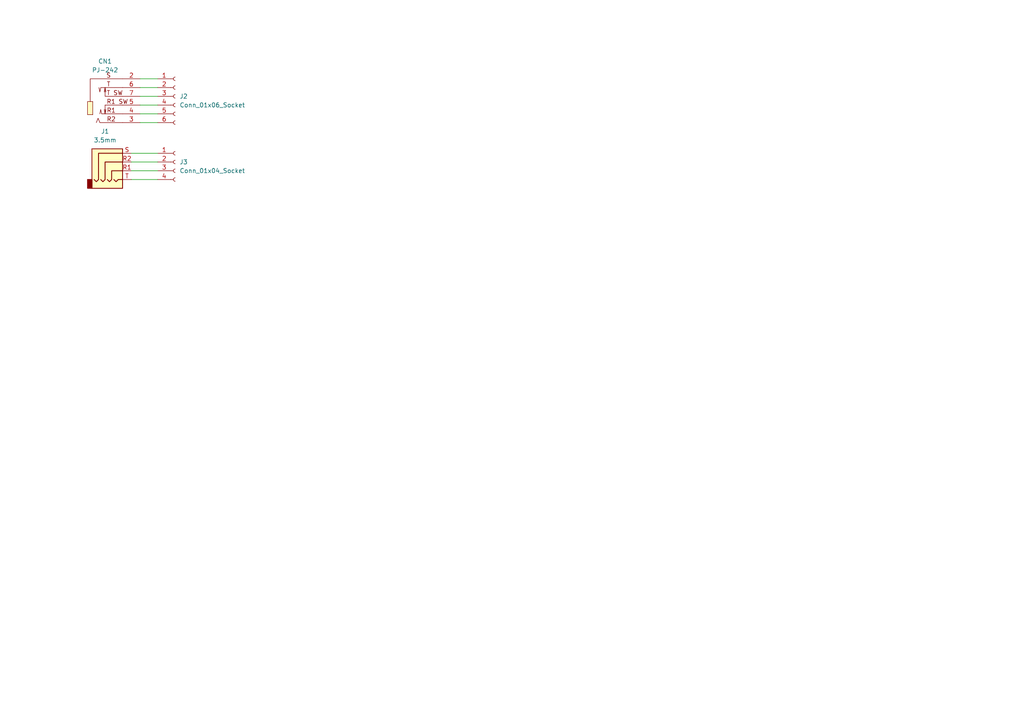
<source format=kicad_sch>
(kicad_sch (version 20250114) (generator "eeschema") (generator_version "9.0")
  (paper "A4")
  (lib_symbols
    (symbol "Connector:Conn_01x04_Socket" (pin_names (offset 1.016) (hide yes))
      (property "Reference" "J" (at 0 5.08 0))
      (property "Value" "Conn_01x04_Socket" (at 0 -7.62 0))
      (symbol "Conn_01x04_Socket_1_1"
        (polyline (pts (xy -1.27 2.54) (xy -0.508 2.54)) (stroke (width 0.1524)))
        (polyline (pts (xy -1.27 0) (xy -0.508 0)) (stroke (width 0.1524)))
        (polyline (pts (xy -1.27 -2.54) (xy -0.508 -2.54)) (stroke (width 0.1524)))
        (polyline (pts (xy -1.27 -5.08) (xy -0.508 -5.08)) (stroke (width 0.1524)))
        (arc (start 0 2.032) (mid -0.5058 2.54) (end 0 3.048) (stroke (width 0.1524)))
        (arc (start 0 -0.508) (mid -0.5058 0) (end 0 0.508) (stroke (width 0.1524)))
        (arc (start 0 -3.048) (mid -0.5058 -2.54) (end 0 -2.032) (stroke (width 0.1524)))
        (arc (start 0 -5.588) (mid -0.5058 -5.08) (end 0 -4.572) (stroke (width 0.1524)))
        (pin passive line (at -5.08 2.54 0) (length 3.81) (name "Pin_1") (number "1"))
        (pin passive line (at -5.08 0 0) (length 3.81) (name "Pin_2") (number "2"))
        (pin passive line (at -5.08 -2.54 0) (length 3.81) (name "Pin_3") (number "3"))
        (pin passive line (at -5.08 -5.08 0) (length 3.81) (name "Pin_4") (number "4"))
      )
    )
    (symbol "Connector:Conn_01x06_Socket" (pin_names (offset 1.016) (hide yes))
      (property "Reference" "J" (at 0 7.62 0))
      (property "Value" "Conn_01x06_Socket" (at 0 -10.16 0))
      (symbol "Conn_01x06_Socket_1_1"
        (polyline (pts (xy -1.27 5.08) (xy -0.508 5.08)) (stroke (width 0.1524)))
        (polyline (pts (xy -1.27 2.54) (xy -0.508 2.54)) (stroke (width 0.1524)))
        (polyline (pts (xy -1.27 0) (xy -0.508 0)) (stroke (width 0.1524)))
        (polyline (pts (xy -1.27 -2.54) (xy -0.508 -2.54)) (stroke (width 0.1524)))
        (polyline (pts (xy -1.27 -5.08) (xy -0.508 -5.08)) (stroke (width 0.1524)))
        (polyline (pts (xy -1.27 -7.62) (xy -0.508 -7.62)) (stroke (width 0.1524)))
        (arc (start 0 4.572) (mid -0.5058 5.08) (end 0 5.588) (stroke (width 0.1524)))
        (arc (start 0 2.032) (mid -0.5058 2.54) (end 0 3.048) (stroke (width 0.1524)))
        (arc (start 0 -0.508) (mid -0.5058 0) (end 0 0.508) (stroke (width 0.1524)))
        (arc (start 0 -3.048) (mid -0.5058 -2.54) (end 0 -2.032) (stroke (width 0.1524)))
        (arc (start 0 -5.588) (mid -0.5058 -5.08) (end 0 -4.572) (stroke (width 0.1524)))
        (arc (start 0 -8.128) (mid -0.5058 -7.62) (end 0 -7.112) (stroke (width 0.1524)))
        (pin passive line (at -5.08 5.08 0) (length 3.81) (name "Pin_1") (number "1"))
        (pin passive line (at -5.08 2.54 0) (length 3.81) (name "Pin_2") (number "2"))
        (pin passive line (at -5.08 0 0) (length 3.81) (name "Pin_3") (number "3"))
        (pin passive line (at -5.08 -2.54 0) (length 3.81) (name "Pin_4") (number "4"))
        (pin passive line (at -5.08 -5.08 0) (length 3.81) (name "Pin_5") (number "5"))
        (pin passive line (at -5.08 -7.62 0) (length 3.81) (name "Pin_6") (number "6"))
      )
    )
    (symbol "Connector_Audio:AudioJack4"
      (property "Reference" "J" (at 0 8.89 0))
      (property "Value" "AudioJack4" (at 0 6.35 0))
      (symbol "AudioJack4_0_1"
        (rectangle (start -6.35 -5.08) (end -7.62 -7.62) (stroke (width 0.254)) (fill (type outline)))
        (polyline (pts (xy -5.715 -5.08) (xy -5.08 -5.715) (xy -4.445 -5.08) (xy -4.445 2.54) (xy 2.54 2.54)) (stroke (width 0.254)))
        (polyline (pts (xy -1.905 -5.08) (xy -1.27 -5.715) (xy -0.635 -5.08) (xy -0.635 -2.54) (xy 2.54 -2.54)) (stroke (width 0.254)))
        (polyline (pts (xy 0 -5.08) (xy 0.635 -5.715) (xy 1.27 -5.08) (xy 2.54 -5.08)) (stroke (width 0.254)))
        (rectangle (start 2.54 3.81) (end -6.35 -7.62) (stroke (width 0.254)) (fill (type background)))
        (polyline (pts (xy 2.54 0) (xy -2.54 0) (xy -2.54 -5.08) (xy -3.175 -5.715) (xy -3.81 -5.08)) (stroke (width 0.254)))
      )
      (symbol "AudioJack4_1_1"
        (pin passive line (at 5.08 2.54 180) (length 2.54) (name "~") (number "S"))
        (pin passive line (at 5.08 0 180) (length 2.54) (name "~") (number "R2"))
        (pin passive line (at 5.08 -2.54 180) (length 2.54) (name "~") (number "R1"))
        (pin passive line (at 5.08 -5.08 180) (length 2.54) (name "~") (number "T"))
      )
    )
    (symbol "Hactar_Symbols:PJ-242"
      (property "Reference" "CN" (at 0 12.7 0))
      (property "Value" "PJ-242" (at 0 -10.16 0))
      (symbol "PJ-242_0_1"
        (rectangle (start -12.7 1.02) (end -11.18 -2.79) (fill (type background)))
        (polyline (pts (xy -7.62 5.08) (xy -7.37 3.81)))
        (polyline (pts (xy -7.62 0) (xy -2.54 0)))
        (polyline (pts (xy -7.62 0) (xy -7.62 -2.54) (xy -7.37 -1.27)))
        (polyline (pts (xy -7.62 -2.54) (xy -7.87 -1.27)))
        (polyline (pts (xy -2.54 7.62) (xy -11.94 7.62) (xy -11.94 1.02)))
        (polyline (pts (xy -2.54 5.08) (xy -8.89 5.08) (xy -9.14 3.81) (xy -9.4 5.08)))
        (polyline (pts (xy -2.54 2.54) (xy -7.62 2.54) (xy -7.62 5.08) (xy -7.87 3.81)))
        (polyline (pts (xy -2.54 -2.54) (xy -8.64 -2.54) (xy -8.89 -1.27) (xy -9.14 -2.54)))
        (polyline (pts (xy -2.54 -5.08) (xy -9.14 -5.08) (xy -9.65 -3.81) (xy -10.16 -5.08)))
      )
      (symbol "PJ-242_1_1"
        (text "S" (at -6.604 8.636 0) (effects (font (size 1.27 1.27))))
        (text "T" (at -6.604 6.096 0) (effects (font (size 1.27 1.27))))
        (text "R1" (at -5.842 -1.524 0) (effects (font (size 1.27 1.27))))
        (text "R2" (at -5.842 -4.064 0) (effects (font (size 1.27 1.27))))
        (text "T SW" (at -4.826 3.556 0) (effects (font (size 1.27 1.27))))
        (text "R1 SW" (at -4.064 1.016 0) (effects (font (size 1.27 1.27))))
        (pin passive line (at 2.54 7.62 180) (length 5.08) (name "") (number "2"))
        (pin passive line (at 2.54 5.08 180) (length 5.08) (name "") (number "6"))
        (pin passive line (at 2.54 2.54 180) (length 5.08) (name "") (number "7"))
        (pin passive line (at 2.54 0 180) (length 5.08) (name "") (number "5"))
        (pin passive line (at 2.54 -2.54 180) (length 5.08) (name "") (number "4"))
        (pin passive line (at 2.54 -5.08 180) (length 5.08) (name "") (number "3"))
      )
    )
  )
  (wire (pts (xy 45.72 46.99) (xy 38.1 46.99)))
  (wire (pts (xy 45.72 22.86) (xy 40.64 22.86)))
  (wire (pts (xy 45.72 30.48) (xy 40.64 30.48)))
  (wire (pts (xy 45.72 35.56) (xy 40.64 35.56)))
  (wire (pts (xy 45.72 49.53) (xy 38.1 49.53)))
  (wire (pts (xy 45.72 25.4) (xy 40.64 25.4)))
  (wire (pts (xy 45.72 27.94) (xy 40.64 27.94)))
  (wire (pts (xy 45.72 52.07) (xy 38.1 52.07)))
  (wire (pts (xy 45.72 44.45) (xy 38.1 44.45)))
  (wire (pts (xy 45.72 33.02) (xy 40.64 33.02)))
  (symbol (lib_id "Connector_Audio:AudioJack4") (at 33.02 46.99 0) (unit 1)
    (property "Reference" "J1" (at 30.48 38.1 0))
    (property "Value" "3.5mm" (at 30.48 40.64 0))
    (property "Footprint" "Hactar_Footprints:AUDIO-SMD_PJ-320D" (effects (hide yes)))
    (property "Description" "Audio Jack, 4 Poles (TRRS)" (effects (hide yes)))
  )
  (symbol (lib_id "Connector:Conn_01x06_Socket") (at 50.8 27.94 0) (unit 1)
    (property "Reference" "J2" (at 52.07 27.9399 0) (effects (justify left)))
    (property "Value" "Conn_01x06_Socket" (at 52.07 30.4799 0) (effects (justify left)))
    (property "Footprint" "Connector_PinSocket_2.54mm:PinSocket_1x06_P2.54mm_Vertical" (effects (hide yes)))
    (property "Description" "Generic connector, single row, 01x06, script generated" (effects (hide yes)))
    (property "JLCPCB Part #" "C2832269" (effects (hide yes)))
  )
  (symbol (lib_id "Hactar_Symbols:PJ-242") (at 38.1 30.48 0) (unit 1)
    (property "Reference" "CN1" (at 30.48 17.78 0))
    (property "Value" "PJ-242" (at 30.48 20.32 0))
    (property "Footprint" "Hactar_Footprints:AUDIO-SMD_PJ-242D-SMT" (effects (hide yes)))
    (property "Datasheet" "https://lcsc.com/product-detail/Audio-Video-Connectors_SHOU-HAN-PJ-242_C431536.html" (effects (hide yes)))
    (property "LCSC Part" "C431536" (effects (hide yes)))
  )
  (symbol (lib_id "Connector:Conn_01x04_Socket") (at 50.8 46.99 0) (unit 1)
    (property "Reference" "J3" (at 52.07 46.9899 0) (effects (justify left)))
    (property "Value" "Conn_01x04_Socket" (at 52.07 49.5299 0) (effects (justify left)))
    (property "Footprint" "Connector_PinSocket_2.54mm:PinSocket_1x04_P2.54mm_Vertical" (effects (hide yes)))
    (property "Description" "Generic connector, single row, 01x04, script generated" (effects (hide yes)))
    (property "JLCPCB Part #" "C18078127" (effects (hide yes)))
  )
)
</source>
